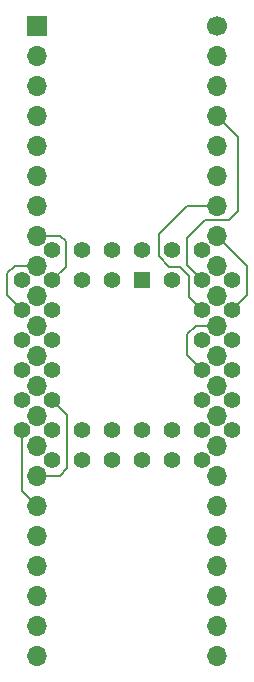
<source format=gbr>
%TF.GenerationSoftware,KiCad,Pcbnew,8.0.7*%
%TF.CreationDate,2025-02-20T01:51:32-06:00*%
%TF.ProjectId,PLCC-44-Socket-Adapter,504c4343-2d34-4342-9d53-6f636b65742d,v1.0*%
%TF.SameCoordinates,Original*%
%TF.FileFunction,Copper,L1,Top*%
%TF.FilePolarity,Positive*%
%FSLAX46Y46*%
G04 Gerber Fmt 4.6, Leading zero omitted, Abs format (unit mm)*
G04 Created by KiCad (PCBNEW 8.0.7) date 2025-02-20 01:51:32*
%MOMM*%
%LPD*%
G01*
G04 APERTURE LIST*
%TA.AperFunction,ComponentPad*%
%ADD10C,1.700000*%
%TD*%
%TA.AperFunction,ComponentPad*%
%ADD11O,1.700000X1.700000*%
%TD*%
%TA.AperFunction,ComponentPad*%
%ADD12R,1.700000X1.700000*%
%TD*%
%TA.AperFunction,ComponentPad*%
%ADD13R,1.422400X1.422400*%
%TD*%
%TA.AperFunction,ComponentPad*%
%ADD14C,1.422400*%
%TD*%
%TA.AperFunction,Conductor*%
%ADD15C,0.200000*%
%TD*%
G04 APERTURE END LIST*
D10*
%TO.P,J2,1,Pin_1*%
%TO.N,/Pin44*%
X115570000Y-66060000D03*
D11*
%TO.P,J2,2,Pin_2*%
%TO.N,/Pin43*%
X115570000Y-68600000D03*
%TO.P,J2,3,Pin_3*%
%TO.N,/Pin42*%
X115570000Y-71140000D03*
%TO.P,J2,4,Pin_4*%
%TO.N,/Pin41*%
X115570000Y-73680000D03*
%TO.P,J2,5,Pin_5*%
%TO.N,/Pin40*%
X115570000Y-76220000D03*
%TO.P,J2,6,Pin_6*%
%TO.N,/Pin39*%
X115570000Y-78760000D03*
%TO.P,J2,7,Pin_7*%
%TO.N,/Pin38*%
X115570000Y-81300000D03*
%TO.P,J2,8,Pin_8*%
%TO.N,/Pin37*%
X115570000Y-83840000D03*
%TO.P,J2,9,Pin_9*%
%TO.N,/Pin36*%
X115570000Y-86380000D03*
%TO.P,J2,10,Pin_10*%
%TO.N,/Pin35*%
X115570000Y-88920000D03*
%TO.P,J2,11,Pin_11*%
%TO.N,/Pin34*%
X115570000Y-91460000D03*
%TO.P,J2,12,Pin_12*%
%TO.N,/Pin33*%
X115570000Y-94000000D03*
%TO.P,J2,13,Pin_13*%
%TO.N,/Pin32*%
X115570000Y-96540000D03*
%TO.P,J2,14,Pin_14*%
%TO.N,/Pin31*%
X115570000Y-99080000D03*
%TO.P,J2,15,Pin_15*%
%TO.N,/Pin30*%
X115570000Y-101620000D03*
%TO.P,J2,16,Pin_16*%
%TO.N,/Pin29*%
X115570000Y-104160000D03*
%TO.P,J2,17,Pin_17*%
%TO.N,/Pin28*%
X115570000Y-106700000D03*
%TO.P,J2,18,Pin_18*%
%TO.N,/Pin27*%
X115570000Y-109240000D03*
%TO.P,J2,19,Pin_19*%
%TO.N,/Pin26*%
X115570000Y-111780000D03*
%TO.P,J2,20,Pin_20*%
%TO.N,/Pin25*%
X115570000Y-114320000D03*
%TO.P,J2,21,Pin_21*%
%TO.N,/Pin24*%
X115570000Y-116860000D03*
%TO.P,J2,22,Pin_22*%
%TO.N,/Pin23*%
X115570000Y-119400000D03*
%TD*%
D12*
%TO.P,J1,1,Pin_1*%
%TO.N,/Pin1*%
X100330000Y-66060000D03*
D11*
%TO.P,J1,2,Pin_2*%
%TO.N,/Pin2*%
X100330000Y-68600000D03*
%TO.P,J1,3,Pin_3*%
%TO.N,/Pin3*%
X100330000Y-71140000D03*
%TO.P,J1,4,Pin_4*%
%TO.N,/Pin4*%
X100330000Y-73680000D03*
%TO.P,J1,5,Pin_5*%
%TO.N,/Pin5*%
X100330000Y-76220000D03*
%TO.P,J1,6,Pin_6*%
%TO.N,/Pin6*%
X100330000Y-78760000D03*
%TO.P,J1,7,Pin_7*%
%TO.N,/Pin7*%
X100330000Y-81300000D03*
%TO.P,J1,8,Pin_8*%
%TO.N,/Pin8*%
X100330000Y-83840000D03*
%TO.P,J1,9,Pin_9*%
%TO.N,/Pin9*%
X100330000Y-86380000D03*
%TO.P,J1,10,Pin_10*%
%TO.N,/Pin10*%
X100330000Y-88920000D03*
%TO.P,J1,11,Pin_11*%
%TO.N,/Pin11*%
X100330000Y-91460000D03*
%TO.P,J1,12,Pin_12*%
%TO.N,/Pin12*%
X100330000Y-94000000D03*
%TO.P,J1,13,Pin_13*%
%TO.N,/Pin13*%
X100330000Y-96540000D03*
%TO.P,J1,14,Pin_14*%
%TO.N,/Pin14*%
X100330000Y-99080000D03*
%TO.P,J1,15,Pin_15*%
%TO.N,/Pin15*%
X100330000Y-101620000D03*
%TO.P,J1,16,Pin_16*%
%TO.N,/Pin16*%
X100330000Y-104160000D03*
%TO.P,J1,17,Pin_17*%
%TO.N,/Pin17*%
X100330000Y-106700000D03*
%TO.P,J1,18,Pin_18*%
%TO.N,/Pin18*%
X100330000Y-109240000D03*
%TO.P,J1,19,Pin_19*%
%TO.N,/Pin19*%
X100330000Y-111780000D03*
%TO.P,J1,20,Pin_20*%
%TO.N,/Pin20*%
X100330000Y-114320000D03*
%TO.P,J1,21,Pin_21*%
%TO.N,/Pin21*%
X100330000Y-116860000D03*
%TO.P,J1,22,Pin_22*%
%TO.N,/Pin22*%
X100330000Y-119400000D03*
%TD*%
D13*
%TO.P,U1,1,GCLR/I*%
%TO.N,/Pin1*%
X109220000Y-87630000D03*
D14*
%TO.P,U1,2,GCLK2/OE2/I*%
%TO.N,/Pin2*%
X106680000Y-85090000D03*
%TO.P,U1,3,VCC*%
%TO.N,/Pin3*%
X106680000Y-87630000D03*
%TO.P,U1,4,I/O*%
%TO.N,/Pin4*%
X104140000Y-85090000D03*
%TO.P,U1,5,I/O*%
%TO.N,/Pin5*%
X104140000Y-87630000D03*
%TO.P,U1,6,I/O*%
%TO.N,/Pin6*%
X101600000Y-85090000D03*
%TO.P,U1,7,TDI/I/O*%
%TO.N,/Pin7*%
X99060000Y-87630000D03*
%TO.P,U1,8,I/O*%
%TO.N,/Pin8*%
X101600000Y-87630000D03*
%TO.P,U1,9,I/O*%
%TO.N,/Pin9*%
X99060000Y-90170000D03*
%TO.P,U1,10,GND*%
%TO.N,/Pin10*%
X101600000Y-90170000D03*
%TO.P,U1,11,PD1/I/O*%
%TO.N,/Pin11*%
X99060000Y-92710000D03*
%TO.P,U1,12,I/O*%
%TO.N,/Pin12*%
X101600000Y-92710000D03*
%TO.P,U1,13,I/O/TMS*%
%TO.N,/Pin13*%
X99060000Y-95250000D03*
%TO.P,U1,14,I/O*%
%TO.N,/Pin14*%
X101600000Y-95250000D03*
%TO.P,U1,15,VCC*%
%TO.N,/Pin15*%
X99060000Y-97790000D03*
%TO.P,U1,16,I/O*%
%TO.N,/Pin16*%
X101600000Y-97790000D03*
%TO.P,U1,17,I/O*%
%TO.N,/Pin17*%
X99060000Y-100330000D03*
%TO.P,U1,18,I/O*%
%TO.N,/Pin18*%
X101600000Y-102870000D03*
%TO.P,U1,19,I/O*%
%TO.N,/Pin19*%
X101600000Y-100330000D03*
%TO.P,U1,20,I/O*%
%TO.N,/Pin20*%
X104140000Y-102870000D03*
%TO.P,U1,21,I/O*%
%TO.N,/Pin21*%
X104140000Y-100330000D03*
%TO.P,U1,22,GND*%
%TO.N,/Pin22*%
X106680000Y-102870000D03*
%TO.P,U1,23,VCC*%
%TO.N,/Pin23*%
X106680000Y-100330000D03*
%TO.P,U1,24,I/O*%
%TO.N,/Pin24*%
X109220000Y-102870000D03*
%TO.P,U1,25,PD2/I/O*%
%TO.N,/Pin25*%
X109220000Y-100330000D03*
%TO.P,U1,26,I/O*%
%TO.N,/Pin26*%
X111760000Y-102870000D03*
%TO.P,U1,27,I/O*%
%TO.N,/Pin27*%
X111760000Y-100330000D03*
%TO.P,U1,28,I/O*%
%TO.N,/Pin28*%
X114300000Y-102870000D03*
%TO.P,U1,29,I/O*%
%TO.N,/Pin29*%
X116840000Y-100330000D03*
%TO.P,U1,30,GND*%
%TO.N,/Pin30*%
X114300000Y-100330000D03*
%TO.P,U1,31,I/O*%
%TO.N,/Pin31*%
X116840000Y-97790000D03*
%TO.P,U1,32,I/O/TCK*%
%TO.N,/Pin32*%
X114300000Y-97790000D03*
%TO.P,U1,33,I/O*%
%TO.N,/Pin33*%
X116840000Y-95250000D03*
%TO.P,U1,34,I/O*%
%TO.N,/Pin34*%
X114300000Y-95250000D03*
%TO.P,U1,35,VCC*%
%TO.N,/Pin35*%
X116840000Y-92710000D03*
%TO.P,U1,36,I/O*%
%TO.N,/Pin36*%
X114300000Y-92710000D03*
%TO.P,U1,37,I/O*%
%TO.N,/Pin37*%
X116840000Y-90170000D03*
%TO.P,U1,38,I/O/TDO*%
%TO.N,/Pin38*%
X114300000Y-90170000D03*
%TO.P,U1,39,I/O*%
%TO.N,/Pin39*%
X116840000Y-87630000D03*
%TO.P,U1,40,I/O*%
%TO.N,/Pin40*%
X114300000Y-85090000D03*
%TO.P,U1,41,GCLK3/I/O*%
%TO.N,/Pin41*%
X114300000Y-87630000D03*
%TO.P,U1,42,GND*%
%TO.N,/Pin42*%
X111760000Y-85090000D03*
%TO.P,U1,43,GCLK1/I*%
%TO.N,/Pin43*%
X111760000Y-87630000D03*
%TO.P,U1,44,OE1/I*%
%TO.N,/Pin44*%
X109220000Y-85090000D03*
%TD*%
D15*
%TO.N,/Pin8*%
X102743000Y-86487000D02*
X102743000Y-84328000D01*
X102255000Y-83840000D02*
X100330000Y-83840000D01*
X101600000Y-87630000D02*
X102743000Y-86487000D01*
X102743000Y-84328000D02*
X102255000Y-83840000D01*
%TO.N,/Pin38*%
X110617000Y-85598000D02*
X110617000Y-83693000D01*
X111506000Y-86487000D02*
X110617000Y-85598000D01*
X112395000Y-86487000D02*
X111506000Y-86487000D01*
X113157000Y-87249000D02*
X112395000Y-86487000D01*
X113010000Y-81300000D02*
X115570000Y-81300000D01*
X114300000Y-90170000D02*
X113157000Y-89027000D01*
X113157000Y-89027000D02*
X113157000Y-87249000D01*
X110617000Y-83693000D02*
X113010000Y-81300000D01*
%TO.N,/Pin34*%
X113772000Y-91460000D02*
X115570000Y-91460000D01*
X113030000Y-92202000D02*
X113772000Y-91460000D01*
X113030000Y-93980000D02*
X113030000Y-92202000D01*
X114300000Y-95250000D02*
X113030000Y-93980000D01*
%TO.N,/Pin37*%
X118110000Y-88900000D02*
X118110000Y-86380000D01*
X118110000Y-86380000D02*
X115570000Y-83840000D01*
X116840000Y-90170000D02*
X118110000Y-88900000D01*
%TO.N,/Pin41*%
X116586000Y-82550000D02*
X117348000Y-81788000D01*
X114554000Y-82550000D02*
X116586000Y-82550000D01*
X113030000Y-84074000D02*
X114554000Y-82550000D01*
X117348000Y-81788000D02*
X117348000Y-75458000D01*
X113030000Y-86360000D02*
X113030000Y-84074000D01*
X114300000Y-87630000D02*
X113030000Y-86360000D01*
X117348000Y-75458000D02*
X115570000Y-73680000D01*
%TO.N,/Pin17*%
X99060000Y-105430000D02*
X100330000Y-106700000D01*
X99060000Y-100330000D02*
X99060000Y-105430000D01*
%TO.N,/Pin9*%
X98405000Y-86380000D02*
X100330000Y-86380000D01*
X99060000Y-90170000D02*
X97790000Y-88900000D01*
X97790000Y-86995000D02*
X98405000Y-86380000D01*
X97790000Y-88900000D02*
X97790000Y-86995000D01*
%TO.N,/Pin16*%
X102215000Y-104160000D02*
X100330000Y-104160000D01*
X102870000Y-103505000D02*
X102215000Y-104160000D01*
X102870000Y-99060000D02*
X102870000Y-103505000D01*
X101600000Y-97790000D02*
X102870000Y-99060000D01*
%TD*%
M02*

</source>
